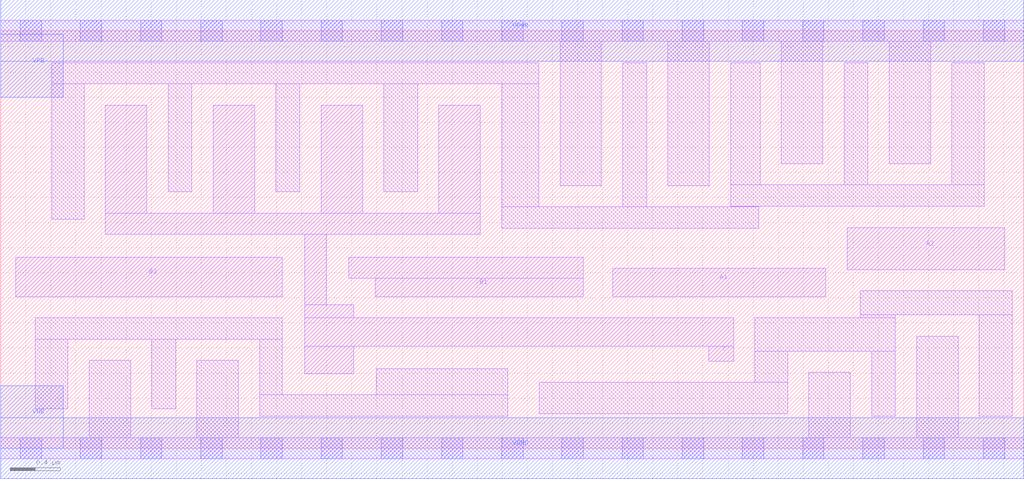
<source format=lef>
# Copyright 2020 The SkyWater PDK Authors
#
# Licensed under the Apache License, Version 2.0 (the "License");
# you may not use this file except in compliance with the License.
# You may obtain a copy of the License at
#
#     https://www.apache.org/licenses/LICENSE-2.0
#
# Unless required by applicable law or agreed to in writing, software
# distributed under the License is distributed on an "AS IS" BASIS,
# WITHOUT WARRANTIES OR CONDITIONS OF ANY KIND, either express or implied.
# See the License for the specific language governing permissions and
# limitations under the License.
#
# SPDX-License-Identifier: Apache-2.0

VERSION 5.5 ;
NAMESCASESENSITIVE ON ;
BUSBITCHARS "[]" ;
DIVIDERCHAR "/" ;
MACRO sky130_fd_sc_lp__a22oi_4
  CLASS CORE ;
  SOURCE USER ;
  ORIGIN  0.000000  0.000000 ;
  SIZE  8.160000 BY  3.330000 ;
  SYMMETRY X Y R90 ;
  SITE unit ;
  PIN A1
    ANTENNAGATEAREA  1.260000 ;
    DIRECTION INPUT ;
    USE SIGNAL ;
    PORT
      LAYER li1 ;
        RECT 4.880000 1.210000 6.580000 1.435000 ;
    END
  END A1
  PIN A2
    ANTENNAGATEAREA  1.260000 ;
    DIRECTION INPUT ;
    USE SIGNAL ;
    PORT
      LAYER li1 ;
        RECT 6.750000 1.425000 8.005000 1.760000 ;
    END
  END A2
  PIN B1
    ANTENNAGATEAREA  1.260000 ;
    DIRECTION INPUT ;
    USE SIGNAL ;
    PORT
      LAYER li1 ;
        RECT 2.775000 1.355000 4.645000 1.525000 ;
        RECT 2.985000 1.210000 4.645000 1.355000 ;
    END
  END B1
  PIN B2
    ANTENNAGATEAREA  1.260000 ;
    DIRECTION INPUT ;
    USE SIGNAL ;
    PORT
      LAYER li1 ;
        RECT 0.120000 1.210000 2.245000 1.525000 ;
    END
  END B2
  PIN Y
    ANTENNADIFFAREA  2.352000 ;
    DIRECTION OUTPUT ;
    USE SIGNAL ;
    PORT
      LAYER li1 ;
        RECT 0.835000 1.705000 3.825000 1.875000 ;
        RECT 0.835000 1.875000 1.165000 2.735000 ;
        RECT 1.695000 1.875000 2.025000 2.735000 ;
        RECT 2.425000 0.595000 2.815000 0.815000 ;
        RECT 2.425000 0.815000 5.845000 1.040000 ;
        RECT 2.425000 1.040000 2.815000 1.145000 ;
        RECT 2.425000 1.145000 2.595000 1.705000 ;
        RECT 2.555000 1.875000 2.885000 2.735000 ;
        RECT 3.495000 1.875000 3.825000 2.735000 ;
        RECT 5.645000 0.695000 5.845000 0.815000 ;
    END
  END Y
  PIN VGND
    DIRECTION INOUT ;
    USE GROUND ;
    PORT
      LAYER met1 ;
        RECT 0.000000 -0.245000 8.160000 0.245000 ;
    END
  END VGND
  PIN VNB
    DIRECTION INOUT ;
    USE GROUND ;
    PORT
      LAYER met1 ;
        RECT 0.000000 0.000000 0.500000 0.500000 ;
    END
  END VNB
  PIN VPB
    DIRECTION INOUT ;
    USE POWER ;
    PORT
      LAYER met1 ;
        RECT 0.000000 2.800000 0.500000 3.300000 ;
    END
  END VPB
  PIN VPWR
    DIRECTION INOUT ;
    USE POWER ;
    PORT
      LAYER met1 ;
        RECT 0.000000 3.085000 8.160000 3.575000 ;
    END
  END VPWR
  OBS
    LAYER li1 ;
      RECT 0.000000 -0.085000 8.160000 0.085000 ;
      RECT 0.000000  3.245000 8.160000 3.415000 ;
      RECT 0.275000  0.315000 0.535000 0.870000 ;
      RECT 0.275000  0.870000 2.245000 1.040000 ;
      RECT 0.405000  1.825000 0.665000 2.905000 ;
      RECT 0.405000  2.905000 4.290000 3.075000 ;
      RECT 0.705000  0.085000 1.035000 0.700000 ;
      RECT 1.205000  0.315000 1.395000 0.870000 ;
      RECT 1.335000  2.045000 1.525000 2.905000 ;
      RECT 1.565000  0.085000 1.895000 0.700000 ;
      RECT 2.065000  0.255000 4.045000 0.425000 ;
      RECT 2.065000  0.425000 2.245000 0.870000 ;
      RECT 2.195000  2.045000 2.385000 2.905000 ;
      RECT 2.995000  0.425000 4.045000 0.635000 ;
      RECT 3.055000  2.045000 3.325000 2.905000 ;
      RECT 3.995000  1.755000 6.045000 1.925000 ;
      RECT 3.995000  1.925000 4.290000 2.905000 ;
      RECT 4.295000  0.275000 6.275000 0.525000 ;
      RECT 4.460000  2.095000 4.790000 3.245000 ;
      RECT 4.960000  1.925000 5.150000 3.075000 ;
      RECT 5.320000  2.095000 5.650000 3.245000 ;
      RECT 5.820000  1.925000 6.045000 1.930000 ;
      RECT 5.820000  1.930000 7.845000 2.100000 ;
      RECT 5.820000  2.100000 6.055000 3.075000 ;
      RECT 6.015000  0.525000 6.275000 0.775000 ;
      RECT 6.015000  0.775000 7.135000 1.040000 ;
      RECT 6.225000  2.270000 6.555000 3.245000 ;
      RECT 6.445000  0.085000 6.775000 0.605000 ;
      RECT 6.725000  2.100000 6.915000 3.075000 ;
      RECT 6.855000  1.040000 7.135000 1.065000 ;
      RECT 6.855000  1.065000 8.065000 1.255000 ;
      RECT 6.945000  0.255000 7.135000 0.775000 ;
      RECT 7.085000  2.270000 7.415000 3.245000 ;
      RECT 7.305000  0.085000 7.635000 0.895000 ;
      RECT 7.585000  2.100000 7.845000 3.075000 ;
      RECT 7.805000  0.255000 8.065000 1.065000 ;
    LAYER mcon ;
      RECT 0.155000 -0.085000 0.325000 0.085000 ;
      RECT 0.155000  3.245000 0.325000 3.415000 ;
      RECT 0.635000 -0.085000 0.805000 0.085000 ;
      RECT 0.635000  3.245000 0.805000 3.415000 ;
      RECT 1.115000 -0.085000 1.285000 0.085000 ;
      RECT 1.115000  3.245000 1.285000 3.415000 ;
      RECT 1.595000 -0.085000 1.765000 0.085000 ;
      RECT 1.595000  3.245000 1.765000 3.415000 ;
      RECT 2.075000 -0.085000 2.245000 0.085000 ;
      RECT 2.075000  3.245000 2.245000 3.415000 ;
      RECT 2.555000 -0.085000 2.725000 0.085000 ;
      RECT 2.555000  3.245000 2.725000 3.415000 ;
      RECT 3.035000 -0.085000 3.205000 0.085000 ;
      RECT 3.035000  3.245000 3.205000 3.415000 ;
      RECT 3.515000 -0.085000 3.685000 0.085000 ;
      RECT 3.515000  3.245000 3.685000 3.415000 ;
      RECT 3.995000 -0.085000 4.165000 0.085000 ;
      RECT 3.995000  3.245000 4.165000 3.415000 ;
      RECT 4.475000 -0.085000 4.645000 0.085000 ;
      RECT 4.475000  3.245000 4.645000 3.415000 ;
      RECT 4.955000 -0.085000 5.125000 0.085000 ;
      RECT 4.955000  3.245000 5.125000 3.415000 ;
      RECT 5.435000 -0.085000 5.605000 0.085000 ;
      RECT 5.435000  3.245000 5.605000 3.415000 ;
      RECT 5.915000 -0.085000 6.085000 0.085000 ;
      RECT 5.915000  3.245000 6.085000 3.415000 ;
      RECT 6.395000 -0.085000 6.565000 0.085000 ;
      RECT 6.395000  3.245000 6.565000 3.415000 ;
      RECT 6.875000 -0.085000 7.045000 0.085000 ;
      RECT 6.875000  3.245000 7.045000 3.415000 ;
      RECT 7.355000 -0.085000 7.525000 0.085000 ;
      RECT 7.355000  3.245000 7.525000 3.415000 ;
      RECT 7.835000 -0.085000 8.005000 0.085000 ;
      RECT 7.835000  3.245000 8.005000 3.415000 ;
  END
END sky130_fd_sc_lp__a22oi_4
END LIBRARY

</source>
